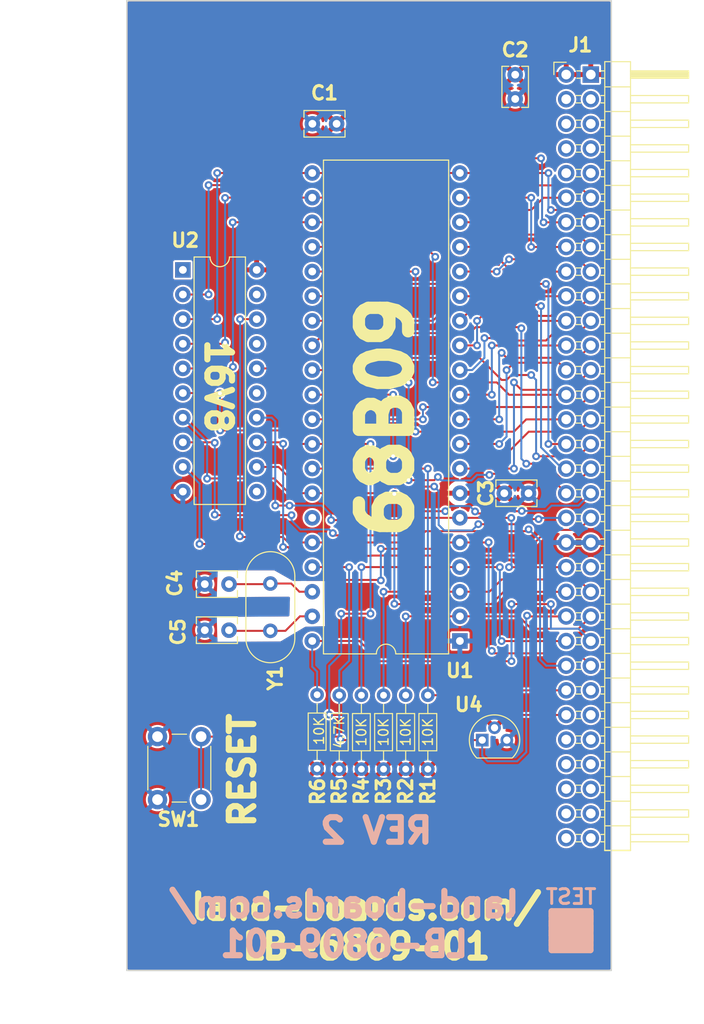
<source format=kicad_pcb>
(kicad_pcb (version 20221018) (generator pcbnew)
  (title_block (title "LB-6809-01") (date "2024-08-19") (rev "2") (company "land-boards.com"))
  (layers (0 "F.Cu" signal) (31 "B.Cu" signal) (34 "B.Paste" user) (35 "F.Paste" user) (36 "B.SilkS" user "B.Silkscreen") (37 "F.SilkS" user "F.Silkscreen") (38 "B.Mask" user) (39 "F.Mask" user) (44 "Edge.Cuts" user))
  (net 0 "")
  (net 1 "GND")
  (net 2 "/CPUA11")
  (net 3 "/CPUA12")
  (net 4 "/CPUA13")
  (net 5 "/CPUA14")
  (net 6 "/CPUA15")
  (net 7 "/CPUD4")
  (net 8 "/CPUD3")
  (net 9 "/CPUD5")
  (net 10 "/CPUD6")
  (net 11 "/CPUA0")
  (net 12 "/CPUA1")
  (net 13 "/CPUD2")
  (net 14 "/CPUA2")
  (net 15 "/CPUD7")
  (net 16 "/CPUA3")
  (net 17 "/CPUD0")
  (net 18 "/CPUA4")
  (net 19 "/CPUD1")
  (net 20 "/CPUA5")
  (net 21 "/CPUA6")
  (net 22 "/CPUA7")
  (net 23 "/CPUA8")
  (net 24 "/CPUA9")
  (net 25 "/CPUA10")
  (net 26 "/CPUA18")
  (net 27 "/CPUA16")
  (net 28 "/CPUA17")
  (net 29 "/CPUCLK")
  (net 30 "/CPUA22")
  (net 31 "/CPUA23")
  (net 32 "/CPUA20")
  (net 33 "/CPUA21")
  (net 34 "/CPUA19")
  (net 35 "VCC")
  (net 36 "/~{IORQ}")
  (net 37 "/~{CPURESB}")
  (net 38 "/VPA")
  (net 39 "/~{IRQB}")
  (net 50 "/VPB")
  (net 51 "/~{NMIB}")
  (net 52 "/~{ABORT}")
  (net 53 "/VDA")
  (net 54 "/RDY")
  (net 55 "/CPUE")
  (net 56 "/RWB")
  (net 57 "/MLB")
  (net 58 "/~{MEMRD}")
  (net 59 "/~{RAMCS}")
  (net 60 "/~{IOCS}")
  (net 61 "/~{ROMCS}")
  (net 62 "/CPUMX")
  (net 67 "Net-(U1-EXTAL)")
  (net 68 "Net-(U1-XTAL)")
  (footprint "LandBoards_Conns:PinHeader_2x32_P2.54mm_Horizontal-FLIPPED" (layer "F.Cu") (at 177.35 54.615)
    (fp_text reference "J1")
    (fp_text value "Conn_02x32_Odd_Even")
  )
  (footprint "Package_DIP:DIP-40_W15.24mm" (layer "F.Cu") (at 166.375 113.025 180)
    (fp_text reference "U1")
    (fp_text value "MC68B09")
  )
  (footprint "Resistor_THT:R_Axial_DIN0204_L3.6mm_D1.6mm_P7.62mm_Horizontal" (layer "F.Cu") (at 153.924 126.238 90)
    (fp_text reference "R5")
    (fp_text value "4.7K")
  )
  (footprint "Resistor_THT:R_Axial_DIN0204_L3.6mm_D1.6mm_P7.62mm_Horizontal" (layer "F.Cu") (at 158.496 126.238 90)
    (fp_text reference "R3")
    (fp_text value "10K")
  )
  (footprint "Resistor_THT:R_Axial_DIN0204_L3.6mm_D1.6mm_P7.62mm_Horizontal" (layer "F.Cu") (at 163.068 126.238 90)
    (fp_text reference "R1")
    (fp_text value "10K")
  )
  (footprint "Resistor_THT:R_Axial_DIN0204_L3.6mm_D1.6mm_P7.62mm_Horizontal" (layer "F.Cu") (at 156.21 126.238 90)
    (fp_text reference "R4")
    (fp_text value "10K")
  )
  (footprint "Resistor_THT:R_Axial_DIN0204_L3.6mm_D1.6mm_P7.62mm_Horizontal" (layer "F.Cu") (at 151.638 126.1872 90)
    (fp_text reference "R6")
    (fp_text value "10K")
  )
  (footprint "Capacitor_THT:C_Rect_L4.0mm_W2.5mm_P2.50mm" (layer "F.Cu") (at 140.0448 107.1626)
    (fp_text reference "C4")
    (fp_text value "8pF")
  )
  (footprint "Crystal:Crystal_HC49-4H_Vertical" (layer "F.Cu") (at 146.812 107.1002 -90)
    (fp_text reference "Y1")
    (fp_text value "8MHz")
  )
  (footprint "Package_DIP:DIP-20_W7.62mm" (layer "F.Cu") (at 137.7796 74.7572)
    (fp_text reference "U2")
    (fp_text value "GAL16V8")
  )
  (footprint "Capacitor_THT:C_Rect_L4.0mm_W2.5mm_P2.50mm" (layer "F.Cu") (at 151.15 59.69)
    (fp_text reference "C1")
    (fp_text value "0.1uF")
  )
  (footprint "LandBoards_Marking:TEST_BLK-REAR" (layer "F.Cu") (at 177.8508 142.9004)
    (fp_text reference "TEST")
    (fp_text value "COUPON" hide)
  )
  (footprint "Capacitor_THT:C_Rect_L4.0mm_W2.5mm_P2.50mm" (layer "F.Cu") (at 172.085 57.13 90)
    (fp_text reference "C2")
    (fp_text value "0.1uF")
  )
  (footprint "Button_Switch_THT:SW_PUSH_6mm_H8.5mm" (layer "F.Cu") (at 135.164 129.3864 90)
    (fp_text reference "SW1")
    (fp_text value "SW_Push")
  )
  (footprint "Package_TO_SOT_THT:TO-92" (layer "F.Cu") (at 168.6814 123.2452)
    (fp_text reference "U4")
    (fp_text value "DS1813-5")
  )
  (footprint "Resistor_THT:R_Axial_DIN0204_L3.6mm_D1.6mm_P7.62mm_Horizontal" (layer "F.Cu") (at 160.782 126.238 90)
    (fp_text reference "R2")
    (fp_text value "10K")
  )
  (footprint "Capacitor_THT:C_Rect_L4.0mm_W2.5mm_P2.50mm" (layer "F.Cu") (at 140.0448 111.9124)
    (fp_text reference "C5")
    (fp_text value "8pF")
  )
  (footprint "Capacitor_THT:C_Rect_L4.0mm_W2.5mm_P2.50mm" (layer "F.Cu") (at 173.462 97.79 180)
    (fp_text reference "C3")
    (fp_text value "0.1uF")
  )
  (gr_rect (start 132 47) (end 182 147) (stroke (width 0.15)) (fill none) (layer "Edge.Cuts"))
  (gr_text "land-boards.com/\nLB-6809-01" (at 154.432 142.24) (layer "B.SilkS") (effects (font (size 2.54 2.54) (thickness 0.635)) (justify mirror)))
  (gr_text "REV 2" (at 157.734 132.588) (layer "B.SilkS") (effects (font (size 2.54 2.54) (thickness 0.635)) (justify mirror)))
  (gr_text "RESET" (at 143.9164 126.365 90) (layer "F.SilkS") (effects (font (size 2.54 2.54) (thickness 0.635))))
  (gr_text "68B09" (at 158.75 89.916 90) (layer "F.SilkS") (effects (font (size 5.08 5.08) (thickness 1.27))))
  (gr_text "16V8" (at 141.4526 86.7664 270) (layer "F.SilkS") (effects (font (size 2.54 2.54) (thickness 0.635))))
  (gr_text "land-boards.com/\nLB-6809-01" (at 156.718 142.494) (layer "F.SilkS") (effects (font (size 2.54 2.54) (thickness 0.635))))
  (segment (start 173.741 72.395) (end 177.35 72.395) (width 0.2032) (layer "F.Cu") (net 2))
  (segment (start 166.375 67.305) (end 173.731 67.305) (width 0.2032) (layer "F.Cu") (net 2))
  (segment (start 173.736 72.39) (end 173.741 72.395) (width 0.2032) (layer "F.Cu") (net 2))
  (segment (start 173.731 67.305) (end 173.736 67.31) (width 0.2032) (layer "F.Cu") (net 2))
  (via (at 173.736 72.39) (size 0.8) (drill 0.4) (layers "F.Cu" "B.Cu") (net 2))
  (via (at 173.736 67.31) (size 0.8) (drill 0.4) (layers "F.Cu" "B.Cu") (net 2))
  (segment (start 173.736 67.31) (end 173.736 72.39) (width 0.2032) (layer "B.Cu") (net 2))
  (segment (start 154.8688 64.765) (end 153.6192 66.0146) (width 0.2032) (layer "F.Cu") (net 3))
  (segment (start 166.375 64.765) (end 154.8688 64.765) (width 0.2032) (layer "F.Cu") (net 3))
  (segment (start 137.7796 77.2972) (end 140.4316 77.2972) (width 0.2032) (layer "F.Cu") (net 3))
  (segment (start 178.615 68.58) (end 175.768 68.58) (width 0.2032) (layer "F.Cu") (net 3))
  (segment (start 175.514 64.77) (end 175.509 64.765) (width 0.2032) (layer "F.Cu") (net 3))
  (segment (start 140.4316 77.2972) (end 140.4366 77.2922) (width 0.2032) (layer "F.Cu") (net 3))
  (segment (start 140.4366 66.0146) (end 153.6192 66.0146) (width 0.2032) (layer "F.Cu") (net 3))
  (segment (start 179.89 69.855) (end 178.615 68.58) (width 0.2032) (layer "F.Cu") (net 3))
  (segment (start 175.509 64.765) (end 166.375 64.765) (width 0.2032) (layer "F.Cu") (net 3))
  (via (at 140.4366 66.0146) (size 0.8) (drill 0.4) (layers "F.Cu" "B.Cu") (net 3))
  (via (at 175.768 68.58) (size 0.8) (drill 0.4) (layers "F.Cu" "B.Cu") (net 3))
  (via (at 140.4366 77.2922) (size 0.8) (drill 0.4) (layers "F.Cu" "B.Cu") (net 3))
  (via (at 175.514 64.77) (size 0.8) (drill 0.4) (layers "F.Cu" "B.Cu") (net 3))
  (segment (start 175.514 68.326) (end 175.514 64.77) (width 0.2032) (layer "B.Cu") (net 3))
  (segment (start 140.4366 77.2922) (end 140.4366 66.0146) (width 0.2032) (layer "B.Cu") (net 3))
  (segment (start 175.768 68.58) (end 175.514 68.326) (width 0.2032) (layer "B.Cu") (net 3))
  (segment (start 137.7796 79.8372) (end 141.3206 79.8372) (width 0.2032) (layer "F.Cu") (net 4))
  (segment (start 141.3206 79.8372) (end 141.3256 79.8322) (width 0.2032) (layer "F.Cu") (net 4))
  (segment (start 155.194 63.246) (end 153.67 64.77) (width 0.2032) (layer "F.Cu") (net 4))
  (segment (start 177.35 69.855) (end 175.011 69.855) (width 0.2032) (layer "F.Cu") (net 4))
  (segment (start 174.752 63.246) (end 155.194 63.246) (width 0.2032) (layer "F.Cu") (net 4))
  (segment (start 151.135 64.765) (end 141.3256 64.765) (width 0.2032) (layer "F.Cu") (net 4))
  (segment (start 153.665 64.765) (end 151.135 64.765) (width 0.2032) (layer "F.Cu") (net 4))
  (segment (start 153.67 64.77) (end 153.665 64.765) (width 0.2032) (layer "F.Cu") (net 4))
  (via (at 141.3256 64.765) (size 0.8) (drill 0.4) (layers "F.Cu" "B.Cu") (net 4))
  (via (at 175.011 69.855) (size 0.8) (drill 0.4) (layers "F.Cu" "B.Cu") (net 4))
  (via (at 174.752 63.246) (size 0.8) (drill 0.4) (layers "F.Cu" "B.Cu") (net 4))
  (via (at 141.3256 79.8322) (size 0.8) (drill 0.4) (layers "F.Cu" "B.Cu") (net 4))
  (segment (start 174.860489 69.704489) (end 174.860489 63.354489) (width 0.2032) (layer "B.Cu") (net 4))
  (segment (start 174.860489 63.354489) (end 174.752 63.246) (width 0.2032) (layer "B.Cu") (net 4))
  (segment (start 141.3256 79.8322) (end 141.3256 64.765) (width 0.2032) (layer "B.Cu") (net 4))
  (segment (start 175.011 69.855) (end 174.860489 69.704489) (width 0.2032) (layer "B.Cu") (net 4))
  (segment (start 142.1688 67.305) (end 151.135 67.305) (width 0.2032) (layer "F.Cu") (net 5))
  (segment (start 154.94 66.04) (end 153.67 67.31) (width 0.2032) (layer "F.Cu") (net 5))
  (segment (start 178.615 66.04) (end 154.94 66.04) (width 0.2032) (layer "F.Cu") (net 5))
  (segment (start 137.7796 82.3772) (end 142.0064 82.3772) (width 0.2032) (layer "F.Cu") (net 5))
  (segment (start 142.0064 82.3772) (end 142.1384 82.2452) (width 0.2032) (layer "F.Cu") (net 5))
  (segment (start 142.1384 67.3354) (end 142.1688 67.305) (width 0.2032) (layer "F.Cu") (net 5))
  (segment (start 179.89 67.315) (end 178.615 66.04) (width 0.2032) (layer "F.Cu") (net 5))
  (segment (start 153.67 67.31) (end 153.665 67.305) (width 0.2032) (layer "F.Cu") (net 5))
  (segment (start 153.665 67.305) (end 151.135 67.305) (width 0.2032) (layer "F.Cu") (net 5))
  (via (at 142.1384 67.3354) (size 0.8) (drill 0.4) (layers "F.Cu" "B.Cu") (net 5))
  (via (at 142.1384 82.2452) (size 0.8) (drill 0.4) (layers "F.Cu" "B.Cu") (net 5))
  (segment (start 142.1384 82.2452) (end 142.1384 67.3354) (width 0.2032) (layer "B.Cu") (net 5))
  (segment (start 177.35 67.315) (end 175.001 67.315) (width 0.2032) (layer "F.Cu") (net 6))
  (segment (start 142.7938 84.9172) (end 142.9512 84.7598) (width 0.2032) (layer "F.Cu") (net 6))
  (segment (start 155.194 68.58) (end 153.924 69.85) (width 0.2032) (layer "F.Cu") (net 6))
  (segment (start 137.7796 84.9172) (end 142.7938 84.9172) (width 0.2032) (layer "F.Cu") (net 6))
  (segment (start 155.194 68.58) (end 173.736 68.58) (width 0.2032) (layer "F.Cu") (net 6))
  (segment (start 153.924 69.85) (end 153.919 69.845) (width 0.2032) (layer "F.Cu") (net 6))
  (segment (start 173.736 68.58) (end 175.001 67.315) (width 0.2032) (layer "F.Cu") (net 6))
  (segment (start 142.9258 69.85) (end 142.9308 69.845) (width 0.2032) (layer "F.Cu") (net 6))
  (segment (start 142.9308 69.845) (end 151.135 69.845) (width 0.2032) (layer "F.Cu") (net 6))
  (segment (start 153.919 69.845) (end 151.135 69.845) (width 0.2032) (layer "F.Cu") (net 6))
  (via (at 142.9258 69.85) (size 0.8) (drill 0.4) (layers "F.Cu" "B.Cu") (net 6))
  (via (at 142.9512 84.7598) (size 0.8) (drill 0.4) (layers "F.Cu" "B.Cu") (net 6))
  (segment (start 142.9512 69.8754) (end 142.9258 69.85) (width 0.2032) (layer "B.Cu") (net 6))
  (segment (start 142.9512 84.7598) (end 142.9512 69.8754) (width 0.2032) (layer "B.Cu") (net 6))
  (segment (start 173.487784 77.983784) (end 173.736 78.232) (width 0.2032) (layer "F.Cu") (net 7))
  (segment (start 164.846 78.74) (end 167.137784 78.74) (width 0.2032) (layer "F.Cu") (net 7))
  (segment (start 163.581 80.005) (end 164.846 78.74) (width 0.2032) (layer "F.Cu") (net 7))
  (segment (start 167.515892 78.361892) (end 167.894 77.983784) (width 0.2032) (layer "F.Cu") (net 7))
  (segment (start 167.515892 78.361892) (end 174.627892 78.361892) (width 0.2032) (layer "F.Cu") (net 7))
  (segment (start 151.135 80.005) (end 163.581 80.005) (width 0.2032) (layer "F.Cu") (net 7))
  (segment (start 167.894 77.983784) (end 173.487784 77.983784) (width 0.2032) (layer "F.Cu") (net 7))
  (segment (start 174.627892 78.361892) (end 174.752 78.486) (width 0.2032) (layer "F.Cu") (net 7))
  (segment (start 167.137784 78.74) (end 167.515892 78.361892) (width 0.2032) (layer "F.Cu") (net 7))
  (via (at 174.752 78.486) (size 0.8) (drill 0.4) (layers "F.Cu" "B.Cu") (net 7))
  (segment (start 174.752 93.055795) (end 176.951205 95.255) (width 0.2032) (layer "B.Cu") (net 7))
  (segment (start 174.752 78.486) (end 174.752 93.055795) (width 0.2032) (layer "B.Cu") (net 7))
  (segment (start 172.611511 80.663511) (end 168.002489 80.663511) (width 0.2032) (layer "F.Cu") (net 8))
  (segment (start 177.053708 96.52) (end 175.275708 94.742) (width 0.2032) (layer "F.Cu") (net 8))
  (segment (start 172.72 80.772) (end 172.611511 80.663511) (width 0.2032) (layer "F.Cu") (net 8))
  (segment (start 167.386 81.28) (end 152.4 81.28) (width 0.2032) (layer "F.Cu") (net 8))
  (segment (start 175.275708 94.742) (end 173.228 94.742) (width 0.2032) (layer "F.Cu") (net 8))
  (segment (start 168.002489 80.663511) (end 167.386 81.28) (width 0.2032) (layer "F.Cu") (net 8))
  (segment (start 152.4 81.28) (end 151.135 82.545) (width 0.2032) (layer "F.Cu") (net 8))
  (segment (start 178.625 96.52) (end 177.053708 96.52) (width 0.2032) (layer "F.Cu") (net 8))
  (segment (start 179.89 95.255) (end 178.625 96.52) (width 0.2032) (layer "F.Cu") (net 8))
  (via (at 173.228 94.742) (size 0.8) (drill 0.4) (layers "F.Cu" "B.Cu") (net 8))
  (via (at 172.72 80.772) (size 0.8) (drill 0.4) (layers "F.Cu" "B.Cu") (net 8))
  (segment (start 172.72 94.234) (end 172.72 80.772) (width 0.2032) (layer "B.Cu") (net 8))
  (segment (start 173.228 94.742) (end 172.72 94.234) (width 0.2032) (layer "B.Cu") (net 8))
  (segment (start 175.519 92.715) (end 175.514 92.71) (width 0.2032) (layer "F.Cu") (net 9))
  (segment (start 155.448 76.2) (end 175.26 76.2) (width 0.2032) (layer "F.Cu") (net 9))
  (segment (start 177.35 92.715) (end 175.519 92.715) (width 0.2032) (layer "F.Cu") (net 9))
  (segment (start 154.183 77.465) (end 155.448 76.2) (width 0.2032) (layer "F.Cu") (net 9))
  (segment (start 151.135 77.465) (end 154.183 77.465) (width 0.2032) (layer "F.Cu") (net 9))
  (via (at 175.26 76.2) (size 0.8) (drill 0.4) (layers "F.Cu" "B.Cu") (net 9))
  (via (at 175.514 92.71) (size 0.8) (drill 0.4) (layers "F.Cu" "B.Cu") (net 9))
  (segment (start 175.514 92.71) (end 175.514 76.454) (width 0.2032) (layer "B.Cu") (net 9))
  (segment (start 175.514 76.454) (end 175.26 76.2) (width 0.2032) (layer "B.Cu") (net 9))
  (segment (start 171.958 91.44) (end 161.798 91.44) (width 0.2032) (layer "F.Cu") (net 10))
  (segment (start 177.35 90.175) (end 173.223 90.175) (width 0.2032) (layer "F.Cu") (net 10))
  (segment (start 161.793 74.925) (end 151.135 74.925) (width 0.2032) (layer "F.Cu") (net 10))
  (segment (start 161.798 74.93) (end 161.793 74.925) (width 0.2032) (layer "F.Cu") (net 10))
  (segment (start 171.958 91.44) (end 173.223 90.175) (width 0.2032) (layer "F.Cu") (net 10))
  (via (at 161.798 74.93) (size 0.8) (drill 0.4) (layers "F.Cu" "B.Cu") (net 10))
  (via (at 161.798 91.44) (size 0.8) (drill 0.4) (layers "F.Cu" "B.Cu") (net 10))
  (segment (start 161.798 91.44) (end 161.798 74.93) (width 0.2032) (layer "B.Cu") (net 10))
  (segment (start 171.953 95.245) (end 166.375 95.245) (width 0.2032) (layer "F.Cu") (net 11))
  (segment (start 178.625 86.36) (end 179.89 85.095) (width 0.2032) (layer "F.Cu") (net 11))
  (segment (start 171.958 86.36) (end 172.72 87.122) (width 0.2032) (layer "F.Cu") (net 11))
  (segment (start 176.022 87.122) (end 176.784 86.36) (width 0.2032) (layer "F.Cu") (net 11))
  (segment (start 172.72 87.122) (end 176.022 87.122) (width 0.2032) (layer "F.Cu") (net 11))
  (segment (start 171.958 95.25) (end 171.953 95.245) (width 0.2032) (layer "F.Cu") (net 11))
  (segment (start 176.784 86.36) (end 178.625 86.36) (width 0.2032) (layer "F.Cu") (net 11))
  (via (at 171.958 95.25) (size 0.8) (drill 0.4) (layers "F.Cu" "B.Cu") (net 11))
  (via (at 171.958 86.36) (size 0.8) (drill 0.4) (layers "F.Cu" "B.Cu") (net 11))
  (segment (start 171.958 86.36) (end 171.958 95.25) (width 0.2032) (layer "B.Cu") (net 11))
  (segment (start 171.196 85.09) (end 171.958 84.328) (width 0.2032) (layer "F.Cu") (net 12))
  (segment (start 171.958 84.328) (end 176.583 84.328) (width 0.2032) (layer "F.Cu") (net 12))
  (segment (start 170.434 92.71) (end 170.429 92.705) (width 0.2032) (layer "F.Cu") (net 12))
  (segment (start 176.583 84.328) (end 177.35 85.095) (width 0.2032) (layer "F.Cu") (net 12))
  (segment (start 170.429 92.705) (end 166.375 92.705) (width 0.2032) (layer "F.Cu") (net 12))
  (via (at 171.196 85.09) (size 0.8) (drill 0.4) (layers "F.Cu" "B.Cu") (net 12))
  (via (at 170.434 92.71) (size 0.8) (drill 0.4) (layers "F.Cu" "B.Cu") (net 12))
  (segment (start 171.196 91.948) (end 170.434 92.71) (width 0.2032) (layer "B.Cu") (net 12))
  (segment (start 171.196 85.09) (end 171.196 91.948) (width 0.2032) (layer "B.Cu") (net 12))
  (segment (start 178.625 93.98) (end 179.89 92.715) (width 0.2032) (layer "F.Cu") (net 13))
  (segment (start 173.736 85.598) (end 171.704 85.598) (width 0.2032) (layer "F.Cu") (net 13))
  (segment (start 168.418694 83.836694) (end 155.431306 83.836694) (width 0.2032) (layer "F.Cu") (net 13))
  (segment (start 170.688 86.106) (end 168.418694 83.836694) (width 0.2032) (layer "F.Cu") (net 13))
  (segment (start 154.183 85.085) (end 155.431306 83.836694) (width 0.2032) (layer "F.Cu") (net 13))
  (segment (start 171.704 85.598) (end 171.196 86.106) (width 0.2032) (layer "F.Cu") (net 13))
  (segment (start 174.244 93.98) (end 178.625 93.98) (width 0.2032) (layer "F.Cu") (net 13))
  (segment (start 171.196 86.106) (end 170.688 86.106) (width 0.2032) (layer "F.Cu") (net 13))
  (segment (start 151.135 85.085) (end 154.183 85.085) (width 0.2032) (layer "F.Cu") (net 13))
  (via (at 173.736 85.598) (size 0.8) (drill 0.4) (layers "F.Cu" "B.Cu") (net 13))
  (via (at 174.244 93.98) (size 0.8) (drill 0.4) (layers "F.Cu" "B.Cu") (net 13))
  (segment (start 174.244 86.106) (end 173.736 85.598) (width 0.2032) (layer "B.Cu") (net 13))
  (segment (start 174.244 93.98) (end 174.244 86.106) (width 0.2032) (layer "B.Cu") (net 13))
  (segment (start 179.89 82.555) (end 178.625 83.82) (width 0.2032) (layer "F.Cu") (net 14))
  (segment (start 170.429 90.165) (end 170.434 90.17) (width 0.2032) (layer "F.Cu") (net 14))
  (segment (start 178.625 83.82) (end 171.196 83.82) (width 0.2032) (layer "F.Cu") (net 14))
  (segment (start 171.196 83.82) (end 170.688 83.312) (width 0.2032) (layer "F.Cu") (net 14))
  (segment (start 166.375 90.165) (end 170.429 90.165) (width 0.2032) (layer "F.Cu") (net 14))
  (via (at 170.688 83.312) (size 0.8) (drill 0.4) (layers "F.Cu" "B.Cu") (net 14))
  (via (at 170.434 90.17) (size 0.8) (drill 0.4) (layers "F.Cu" "B.Cu") (net 14))
  (segment (start 170.434 90.17) (end 170.434 83.566) (width 0.2032) (layer "B.Cu") (net 14))
  (segment (start 170.434 83.566) (end 170.688 83.312) (width 0.2032) (layer "B.Cu") (net 14))
  (segment (start 163.83 73.406) (end 162.809 72.385) (width 0.2032) (layer "F.Cu") (net 15))
  (segment (start 170.18 86.36) (end 163.576 86.36) (width 0.2032) (layer "F.Cu") (net 15))
  (segment (start 177.35 87.635) (end 171.455 87.635) (width 0.2032) (layer "F.Cu") (net 15))
  (segment (start 171.455 87.635) (end 170.18 86.36) (width 0.2032) (layer "F.Cu") (net 15))
  (segment (start 162.809 72.385) (end 151.135 72.385) (width 0.2032) (layer "F.Cu") (net 15))
  (via (at 163.576 86.36) (size 0.8) (drill 0.4) (layers "F.Cu" "B.Cu") (net 15))
  (via (at 163.83 73.406) (size 0.8) (drill 0.4) (layers "F.Cu" "B.Cu") (net 15))
  (segment (start 163.576 73.66) (end 163.83 73.406) (width 0.2032) (layer "B.Cu") (net 15))
  (segment (start 163.576 86.36) (end 163.576 73.66) (width 0.2032) (layer "B.Cu") (net 15))
  (segment (start 169.672 82.55) (end 169.677 82.555) (width 0.2032) (layer "F.Cu") (net 16))
  (segment (start 169.667 87.625) (end 169.672 87.63) (width 0.2032) (layer "F.Cu") (net 16))
  (segment (start 169.677 82.555) (end 177.35 82.555) (width 0.2032) (layer "F.Cu") (net 16))
  (segment (start 166.375 87.625) (end 169.667 87.625) (width 0.2032) (layer "F.Cu") (net 16))
  (via (at 169.672 82.55) (size 0.8) (drill 0.4) (layers "F.Cu" "B.Cu") (net 16))
  (via (at 169.672 87.63) (size 0.8) (drill 0.4) (layers "F.Cu" "B.Cu") (net 16))
  (segment (start 169.672 87.63) (end 169.672 82.55) (width 0.2032) (layer "B.Cu") (net 16))
  (segment (start 162.814 88.9) (end 162.56 88.9) (width 0.2032) (layer "F.Cu") (net 17))
  (segment (start 162.56 90.17) (end 162.555 90.165) (width 0.2032) (layer "F.Cu") (net 17))
  (segment (start 179.89 87.635) (end 178.625 88.9) (width 0.2032) (layer "F.Cu") (net 17))
  (segment (start 162.555 90.165) (end 151.135 90.165) (width 0.2032) (layer "F.Cu") (net 17))
  (segment (start 178.625 88.9) (end 162.814 88.9) (width 0.2032) (layer "F.Cu") (net 17))
  (via (at 162.56 88.9) (size 0.8) (drill 0.4) (layers "F.Cu" "B.Cu") (net 17))
  (via (at 162.56 90.17) (size 0.8) (drill 0.4) (layers "F.Cu" "B.Cu") (net 17))
  (segment (start 162.56 88.9) (end 162.56 89.916) (width 0.2032) (layer "B.Cu") (net 17))
  (segment (start 162.56 89.916) (end 162.56 90.17) (width 0.2032) (layer "B.Cu") (net 17))
  (segment (start 170.434 82.042) (end 170.18 81.788) (width 0.2032) (layer "F.Cu") (net 18))
  (segment (start 170.434 82.042) (end 175.26 82.042) (width 0.2032) (layer "F.Cu") (net 18))
  (segment (start 178.625 81.28) (end 179.89 80.015) (width 0.2032) (layer "F.Cu") (net 18))
  (segment (start 175.26 82.042) (end 176.022 81.28) (width 0.2032) (layer "F.Cu") (net 18))
  (segment (start 170.18 81.788) (end 168.91 81.788) (width 0.2032) (layer "F.Cu") (net 18))
  (segment (start 176.022 81.28) (end 178.625 81.28) (width 0.2032) (layer "F.Cu") (net 18))
  (via (at 168.91 81.788) (size 0.8) (drill 0.4) (layers "F.Cu" "B.Cu") (net 18))
  (segment (start 168.91 83.82) (end 168.91 81.788) (width 0.2032) (layer "B.Cu") (net 18))
  (segment (start 167.645 85.085) (end 166.375 85.085) (width 0.2032) (layer "B.Cu") (net 18))
  (segment (start 168.91 83.82) (end 167.645 85.085) (width 0.2032) (layer "B.Cu") (net 18))
  (segment (start 159.4866 93.98) (end 170.942 93.98) (width 0.2032) (layer "F.Cu") (net 19))
  (segment (start 170.942 93.98) (end 173.482 91.44) (width 0.2032) (layer "F.Cu") (net 19))
  (segment (start 151.135 87.625) (end 159.4816 87.625) (width 0.2032) (layer "F.Cu") (net 19))
  (segment (start 159.4816 87.625) (end 159.4866 87.63) (width 0.2032) (layer "F.Cu") (net 19))
  (segment (start 178.625 91.44) (end 179.89 90.175) (width 0.2032) (layer "F.Cu") (net 19))
  (segment (start 173.482 91.44) (end 178.625 91.44) (width 0.2032) (layer "F.Cu") (net 19))
  (via (at 159.4866 93.98) (size 0.8) (drill 0.4) (layers "F.Cu" "B.Cu") (net 19))
  (via (at 159.4866 87.63) (size 0.8) (drill 0.4) (layers "F.Cu" "B.Cu") (net 19))
  (segment (start 159.4866 87.63) (end 159.4866 93.98) (width 0.2032) (layer "B.Cu") (net 19))
  (segment (start 168.143 82.545) (end 168.148 82.55) (width 0.2032) (layer "F.Cu") (net 20))
  (segment (start 166.375 82.545) (end 168.143 82.545) (width 0.2032) (layer "F.Cu") (net 20))
  (segment (start 173.482 79.502) (end 168.656 79.502) (width 0.2032) (layer "F.Cu") (net 20))
  (segment (start 173.995 80.015) (end 173.482 79.502) (width 0.2032) (layer "F.Cu") (net 20))
  (segment (start 168.656 79.502) (end 168.148 80.01) (width 0.2032) (layer "F.Cu") (net 20))
  (segment (start 173.995 80.015) (end 177.35 80.015) (width 0.2032) (layer "F.Cu") (net 20))
  (via (at 168.148 82.55) (size 0.8) (drill 0.4) (layers "F.Cu" "B.Cu") (net 20))
  (via (at 168.148 80.01) (size 0.8) (drill 0.4) (layers "F.Cu" "B.Cu") (net 20))
  (segment (start 168.148 82.55) (end 168.148 80.01) (width 0.2032) (layer "B.Cu") (net 20))
  (segment (start 174.498 79.502) (end 175.768 79.502) (width 0.2032) (layer "F.Cu") (net 21))
  (segment (start 178.625 78.74) (end 179.89 77.475) (width 0.2032) (layer "F.Cu") (net 21))
  (segment (start 167.386 78.994) (end 173.99 78.994) (width 0.2032) (layer "F.Cu") (net 21))
  (segment (start 176.53 78.74) (end 178.625 78.74) (width 0.2032) (layer "F.Cu") (net 21))
  (segment (start 175.768 79.502) (end 176.53 78.74) (width 0.2032) (layer "F.Cu") (net 21))
  (segment (start 173.99 78.994) (end 174.498 79.502) (width 0.2032) (layer "F.Cu") (net 21))
  (segment (start 166.375 80.005) (end 167.386 78.994) (width 0.2032) (layer "F.Cu") (net 21))
  (segment (start 177.35 77.475) (end 166.385 77.475) (width 0.2032) (layer "F.Cu") (net 22))
  (segment (start 170.175 74.925) (end 166.375 74.925) (width 0.2032) (layer "F.Cu") (net 23))
  (segment (start 179.89 74.935) (end 178.615 73.66) (width 0.2032) (layer "F.Cu") (net 23))
  (segment (start 178.615 73.66) (end 171.45 73.66) (width 0.2032) (layer "F.Cu") (net 23))
  (segment (start 170.18 74.93) (end 170.175 74.925) (width 0.2032) (layer "F.Cu") (net 23))
  (via (at 171.45 73.66) (size 0.8) (drill 0.4) (layers "F.Cu" "B.Cu") (net 23))
  (via (at 170.18 74.93) (size 0.8) (drill 0.4) (layers "F.Cu" "B.Cu") (net 23))
  (segment (start 171.45 73.66) (end 170.18 74.93) (width 0.2032) (layer "B.Cu") (net 23))
  (segment (start 169.159 72.385) (end 166.375 72.385) (width 0.2032) (layer "F.Cu") (net 24))
  (segment (start 171.709 74.935) (end 169.159 72.385) (width 0.2032) (layer "F.Cu") (net 24))
  (segment (start 177.35 74.935) (end 171.709 74.935) (width 0.2032) (layer "F.Cu") (net 24))
  (segment (start 168.905 69.845) (end 166.375 69.845) (width 0.2032) (layer "F.Cu") (net 25))
  (segment (start 178.615 71.12) (end 170.18 71.12) (width 0.2032) (layer "F.Cu") (net 25))
  (segment (start 170.18 71.12) (end 168.905 69.845) (width 0.2032) (layer "F.Cu") (net 25))
  (segment (start 179.89 72.395) (end 178.615 71.12) (width 0.2032) (layer "F.Cu") (net 25))
  (segment (start 153.8236 122.8864) (end 139.664 122.8864) (width 0.2032) (layer "F.Cu") (net 37))
  (segment (start 154.935 105.405) (end 154.94 105.41) (width 0.2032) (layer "F.Cu") (net 37))
  (segment (start 154.051 123.1138) (end 153.8236 122.8864) (width 0.2032) (layer "F.Cu") (net 37))
  (segment (start 177.35 110.495) (end 173.39519 110.495) (width 0.2032) (layer "F.Cu") (net 37))
  (segment (start 168.6814 123.2452) (end 154.1824 123.2452) (width 0.2032) (layer "F.Cu") (net 37))
  (segment (start 173.39519 110.495) (end 173.309095 110.408905) (width 0.2032) (layer "F.Cu") (net 37))
  (segment (start 154.1824 123.2452) (end 154.051 123.1138) (width 0.2032) (layer "F.Cu") (net 37))
  (segment (start 151.135 105.405) (end 154.935 105.405) (width 0.2032) (layer "F.Cu") (net 37))
  (via (at 154.051 123.1138) (size 0.8) (drill 0.4) (layers "F.Cu" "B.Cu") (net 37))
  (via (at 173.309095 110.408905) (size 0.8) (drill 0.4) (layers "F.Cu" "B.Cu") (net 37))
  (via (at 154.94 105.41) (size 0.8) (drill 0.4) (layers "F.Cu" "B.Cu") (net 37))
  (segment (start 172.2882 125.4252) (end 173.228 124.4854) (width 0.2032) (layer "B.Cu") (net 37))
  (segment (start 154.051 123.1138) (end 153.924 122.9868) (width 0.2032) (layer "B.Cu") (net 37))
  (segment (start 169.2402 125.4252) (end 172.2882 125.4252) (width 0.2032) (layer "B.Cu") (net 37))
  (segment (start 154.94 105.41) (end 154.94 115.062) (width 0.2032) (layer "B.Cu") (net 37))
  (segment (start 139.664 122.8864) (end 139.664 129.3864) (width 0.2032) (layer "B.Cu") (net 37))
  (segment (start 173.228 110.49) (end 173.309095 110.408905) (width 0.2032) (layer "B.Cu") (net 37))
  (segment (start 153.924 118.618) (end 153.924 116.078) (width 0.2032) (layer "B.Cu") (net 37))
  (segment (start 153.924 122.9868) (end 153.924 118.618) (width 0.2032) (layer "B.Cu") (net 37))
  (segment (start 168.6814 124.8664) (end 169.2402 125.4252) (width 0.2032) (layer "B.Cu") (net 37))
  (segment (start 168.6814 123.2452) (end 168.6814 124.8664) (width 0.2032) (layer "B.Cu") (net 37))
  (segment (start 153.924 116.078) (end 154.94 115.062) (width 0.2032) (layer "B.Cu") (net 37))
  (segment (start 173.228 124.4854) (end 173.228 110.49) (width 0.2032) (layer "B.Cu") (net 37))
  (segment (start 177.35 105.415) (end 171.455 105.415) (width 0.2032) (layer "F.Cu") (net 38))
  (segment (start 171.6786 100.33) (end 171.6736 100.325) (width 0.2032) (layer "F.Cu") (net 38))
  (segment (start 148.9964 100.0506) (end 141.1224 100.0506) (width 0.2032) (layer "F.Cu") (net 38))
  (segment (start 160.5534 102.1334) (end 153.4922 102.1334) (width 0.2032) (layer "F.Cu") (net 38))
  (segment (start 141.1224 100.0506) (end 141.0716 99.9998) (width 0.2032) (layer "F.Cu") (net 38))
  (segment (start 141.0716 92.583) (end 141.0258 92.5372) (width 0.2032) (layer "F.Cu") (net 38))
  (segment (start 162.3618 100.325) (end 160.5534 102.1334) (width 0.2032) (layer "F.Cu") (net 38))
  (segment (start 171.6736 100.325) (end 166.375 100.325) (width 0.2032) (layer "F.Cu") (net 38))
  (segment (start 141.0258 92.5372) (end 137.7796 92.5372) (width 0.2032) (layer "F.Cu") (net 38))
  (segment (start 171.455 105.415) (end 171.45 105.41) (width 0.2032) (layer "F.Cu") (net 38))
  (segment (start 153.4922 102.1334) (end 153.2636 101.9048) (width 0.2032) (layer "F.Cu") (net 38))
  (segment (start 166.375 100.325) (end 162.3618 100.325) (width 0.2032) (layer "F.Cu") (net 38))
  (via (at 141.0716 92.583) (size 0.8) (drill 0.4) (layers "F.Cu" "B.Cu") (net 38))
  (via (at 171.6786 100.33) (size 0.8) (drill 0.4) (layers "F.Cu" "B.Cu") (net 38))
  (via (at 148.9964 100.0506) (size 0.8) (drill 0.4) (layers "F.Cu" "B.Cu") (net 38))
  (via (at 171.45 105.41) (size 0.8) (drill 0.4) (layers "F.Cu" "B.Cu") (net 38))
  (via (at 153.2636 101.9048) (size 0.8) (drill 0.4) (layers "F.Cu" "B.Cu") (net 38))
  (via (at 141.0716 99.9998) (size 0.8) (drill 0.4) (layers "F.Cu" "B.Cu") (net 38))
  (segment (start 148.9964 100.0506) (end 148.9964 100.584) (width 0.2032) (layer "B.Cu") (net 38))
  (segment (start 141.0716 99.9998) (end 141.0716 92.583) (width 0.2032) (layer "B.Cu") (net 38))
  (segment (start 171.704 105.156) (end 171.704 100.3554) (width 0.2032) (layer "B.Cu") (net 38))
  (segment (start 153.2636 101.9048) (end 152.8826 101.5238) (width 0.2032) (layer "B.Cu") (net 38))
  (segment (start 171.704 100.3554) (end 171.6786 100.33) (width 0.2032) (layer "B.Cu") (net 38))
  (segment (start 148.9964 100.584) (end 149.9362 101.5238) (width 0.2032) (layer "B.Cu") (net 38))
  (segment (start 171.45 105.41) (end 171.704 105.156) (width 0.2032) (layer "B.Cu") (net 38))
  (segment (start 149.9362 101.5238) (end 152.8826 101.5238) (width 0.2032) (layer "B.Cu") (net 38))
  (segment (start 178.615 106.68) (end 170.688 106.68) (width 0.2032) (layer "F.Cu") (net 39))
  (segment (start 158.496 107.95) (end 158.501 107.945) (width 0.2032) (layer "F.Cu") (net 39))
  (segment (start 179.89 107.955) (end 178.615 106.68) (width 0.2032) (layer "F.Cu") (net 39))
  (segment (start 169.413 107.945) (end 166.375 107.945) (width 0.2032) (layer "F.Cu") (net 39))
  (segment (start 158.501 107.945) (end 166.375 107.945) (width 0.2032) (layer "F.Cu") (net 39))
  (segment (start 170.688 106.68) (end 169.418 107.95) (width 0.2032) (layer "F.Cu") (net 39))
  (segment (start 169.418 107.95) (end 169.413 107.945) (width 0.2032) (layer "F.Cu") (net 39))
  (via (at 158.496 107.95) (size 0.8) (drill 0.4) (layers "F.Cu" "B.Cu") (net 39))
  (segment (start 158.496 118.618) (end 158.496 107.95) (width 0.2032) (layer "B.Cu") (net 39))
  (segment (start 159.639 109.22) (end 159.6136 109.1946) (width 0.2032) (layer "F.Cu") (net 50))
  (segment (start 159.639 109.22) (end 169.6262 109.22) (width 0.2032) (layer "F.Cu") (net 50))
  (segment (start 140.3096 96.266) (end 140.2842 96.2914) (width 0.2032) (layer "F.Cu") (net 50))
  (segment (start 169.6262 109.22) (end 170.8912 107.955) (width 0.2032) (layer "F.Cu") (net 50))
  (segment (start 140.3096 96.266) (end 147.2184 96.266) (width 0.2032) (layer "F.Cu") (net 50))
  (segment (start 159.535502 97.785) (end 159.607303 97.856801) (width 0.2032) (layer "F.Cu") (net 50))
  (segment (start 177.35 107.955) (end 170.8912 107.955) (width 0.2032) (layer "F.Cu") (net 50))
  (segment (start 151.135 97.785) (end 159.535502 97.785) (width 0.2032) (layer "F.Cu") (net 50))
  (segment (start 148.7374 97.785) (end 151.135 97.785) (width 0.2032) (layer "F.Cu") (net 50))
  (segment (start 147.2184 96.266) (end 148.7374 97.785) (width 0.2032) (layer "F.Cu") (net 50))
  (via (at 159.607303 97.856801) (size 0.8) (drill 0.4) (layers "F.Cu" "B.Cu") (net 50))
  (via (at 159.6136 109.1946) (size 0.8) (drill 0.4) (layers "F.Cu" "B.Cu") (net 50))
  (via (at 140.2842 96.2914) (size 0.8) (drill 0.4) (layers "F.Cu" "B.Cu") (net 50))
  (segment (start 140.2842 92.5018) (end 137.7796 89.9972) (width 0.2032) (layer "B.Cu") (net 50))
  (segment (start 159.6136 109.1946) (end 159.6136 97.863098) (width 0.2032) (layer "B.Cu") (net 50))
  (segment (start 159.6136 97.863098) (end 159.607303 97.856801) (width 0.2032) (layer "B.Cu") (net 50))
  (segment (start 140.2842 96.2914) (end 140.2842 92.5018) (width 0.2032) (layer "B.Cu") (net 50))
  (segment (start 178.625 111.76) (end 179.89 110.495) (width 0.2032) (layer "F.Cu") (net 51))
  (segment (start 160.787 110.485) (end 160.782 110.49) (width 0.2032) (layer "F.Cu") (net 51))
  (segment (start 172.461 110.485) (end 173.736 111.76) (width 0.2032) (layer "F.Cu") (net 51))
  (segment (start 173.736 111.76) (end 178.625 111.76) (width 0.2032) (layer "F.Cu") (net 51))
  (segment (start 166.375 110.485) (end 160.787 110.485) (width 0.2032) (layer "F.Cu") (net 51))
  (segment (start 166.375 110.485) (end 172.461 110.485) (width 0.2032) (layer "F.Cu") (net 51))
  (via (at 160.782 110.49) (size 0.8) (drill 0.4) (layers "F.Cu" "B.Cu") (net 51))
  (segment (start 160.782 118.618) (end 160.782 110.49) (width 0.2032) (layer "B.Cu") (net 51))
  (segment (start 158.0896 115.1128) (end 171.704 115.1128) (width 0.2032) (layer "F.Cu") (net 52))
  (segment (start 156.0018 113.025) (end 158.0896 115.1128) (width 0.2032) (layer "F.Cu") (net 52))
  (segment (start 175.768 109.22) (end 171.704 109.22) (width 0.2032) (layer "F.Cu") (net 52))
  (segment (start 151.135 113.025) (end 156.0018 113.025) (width 0.2032) (layer "F.Cu") (net 52))
  (via (at 171.704 109.22) (size 0.8) (drill 0.4) (layers "F.Cu" "B.Cu") (net 52))
  (via (at 171.704 115.1128) (size 0.8) (drill 0.4) (layers "F.Cu" "B.Cu") (net 52))
  (via (at 175.768 109.22) (size 0.8) (drill 0.4) (layers "F.Cu" "B.Cu") (net 52))
  (segment (start 179.89 113.035) (end 178.615 111.76) (width 0.2032) (layer "B.Cu") (net 52))
  (segment (start 175.768 111.76) (end 178.615 111.76) (width 0.2032) (layer "B.Cu") (net 52))
  (segment (start 151.638 118.5672) (end 151.638 116.1796) (width 0.2032) (layer "B.Cu") (net 52))
  (segment (start 151.135 115.6766) (end 151.135 113.025) (width 0.2032) (layer "B.Cu") (net 52))
  (segment (start 175.768 111.76) (end 175.768 109.22) (width 0.2032) (layer "B.Cu") (net 52))
  (segment (start 151.638 116.1796) (end 151.135 115.6766) (width 0.2032) (layer "B.Cu") (net 52))
  (segment (start 171.704 115.1128) (end 171.704 109.22) (width 0.2032) (layer "B.Cu") (net 52))
  (segment (start 158.2166 103.5185) (end 164.1925 103.5185) (width 0.2032) (layer "F.Cu") (net 53))
  (segment (start 178.615 114.3) (end 169.926 114.3) (width 0.2032) (layer "F.Cu") (net 53))
  (segment (start 169.3214 102.865) (end 169.3418 102.8446) (width 0.2032) (layer "F.Cu") (net 53))
  (segment (start 166.375 102.865) (end 169.3214 102.865) (width 0.2032) (layer "F.Cu") (net 53))
  (segment (start 146.8882 103.0224) (end 139.4968 103.0224) (width 0.2032) (layer "F.Cu") (net 53))
  (segment (start 158.2166 106.7816) (end 158.1658 106.7308) (width 0.2032) (layer "F.Cu") (net 53))
  (segment (start 164.1925 103.5185) (end 164.846 102.865) (width 0.2032) (layer "F.Cu") (net 53))
  (segment (start 169.926 114.3) (end 169.672 114.046) (width 0.2032) (layer "F.Cu") (net 53))
  (segment (start 164.846 102.865) (end 166.375 102.865) (width 0.2032) (layer "F.Cu") (net 53))
  (segment (start 150.5966 106.7308) (end 146.8882 103.0224) (width 0.2032) (layer "F.Cu") (net 53))
  (segment (start 158.1658 106.7308) (end 150.5966 106.7308) (width 0.2032) (layer "F.Cu") (net 53))
  (segment (start 179.89 115.575) (end 178.615 114.3) (width 0.2032) (layer "F.Cu") (net 53))
  (via (at 158.2166 106.7816) (size 0.8) (drill 0.4) (layers "F.Cu" "B.Cu") (net 53))
  (via (at 139.4968 103.0224) (size 0.8) (drill 0.4) (layers "F.Cu" "B.Cu") (net 53))
  (via (at 158.2166 103.5185) (size 0.8) (drill 0.4) (layers "F.Cu" "B.Cu") (net 53))
  (via (at 169.672 114.046) (size 0.8) (drill 0.4) (layers "F.Cu" "B.Cu") (net 53))
  (via (at 169.3418 102.8446) (size 0.8) (drill 0.4) (layers "F.Cu" "B.Cu") (net 53))
  (segment (start 139.4968 96.7944) (end 137.7796 95.0772) (width 0.2032) (layer "B.Cu") (net 53))
  (segment (start 139.4968 103.0224) (end 139.4968 96.7944) (width 0.2032) (layer "B.Cu") (net 53))
  (segment (start 169.3418 102.8446) (end 169.3418 113.7158) (width 0.2032) (layer "B.Cu") (net 53))
  (segment (start 158.2166 106.7816) (end 158.2166 103.5185) (width 0.2032) (layer "B.Cu") (net 53))
  (segment (start 169.3418 113.7158) (end 169.672 114.046) (width 0.2032) (layer "B.Cu") (net 53))
  (segment (start 143.7322 102.3048) (end 143.6624 102.235) (width 0.2032) (layer "F.Cu") (net 54))
  (segment (start 148.101 102.3048) (end 143.7322 102.3048) (width 0.2032) (layer "F.Cu") (net 54))
  (segment (start 145.3996 79.8372) (end 143.6928 79.8372) (width 0.2032) (layer "F.Cu") (net 54))
  (segment (start 148.6612 102.865) (end 151.135 102.865) (width 0.2032) (layer "F.Cu") (net 54))
  (segment (start 173.2788 101.7016) (end 162.8394 101.7016) (width 0.2032) (layer "F.Cu") (net 54))
  (segment (start 148.101 102.3048) (end 148.6612 102.865) (width 0.2032) (layer "F.Cu") (net 54))
  (segment (start 162.8394 101.7016) (end 161.676 102.865) (width 0.2032) (layer "F.Cu") (net 54))
  (segment (start 161.676 102.865) (end 151.135 102.865) (width 0.2032) (layer "F.Cu") (net 54))
  (segment (start 173.4693 101.5111) (end 173.2788 101.7016) (width 0.2032) (layer "F.Cu") (net 54))
  (segment (start 143.6928 79.8372) (end 143.6878 79.8322) (width 0.2032) (layer "F.Cu") (net 54))
  (via (at 143.6624 102.235) (size 0.8) (drill 0.4) (layers "F.Cu" "B.Cu") (net 54))
  (via (at 173.4693 101.5111) (size 0.8) (drill 0.4) (layers "F.Cu" "B.Cu") (net 54))
  (via (at 143.6878 79.8322) (size 0.8) (drill 0.4) (layers "F.Cu" "B.Cu") (net 54))
  (segment (start 174.6504 102.6922) (end 173.4693 101.5111) (width 0.2032) (layer "B.Cu") (net 54))
  (segment (start 174.6504 114.935) (end 174.6504 102.6922) (width 0.2032) (layer "B.Cu") (net 54))
  (segment (start 143.6878 79.8322) (end 143.6878 102.2096) (width 0.2032) (layer "B.Cu") (net 54))
  (segment (start 174.6504 114.935) (end 175.2904 115.575) (width 0.2032) (layer "B.Cu") (net 54))
  (segment (start 175.2904 115.575) (end 177.35 115.575) (width 0.2032) (layer "B.Cu") (net 54))
  (segment (start 143.6878 102.2096) (end 143.6624 102.235) (width 0.2032) (layer "B.Cu") (net 54))
  (segment (start 163.068 118.618) (end 164.338 118.618) (width 0.2032) (layer "F.Cu") (net 55))
  (segment (start 164.841 118.115) (end 164.338 118.618) (width 0.2032) (layer "F.Cu") (net 55))
  (segment (start 177.35 118.115) (end 164.841 118.115) (width 0.2032) (layer "F.Cu") (net 55))
  (segment (start 163.063 95.245) (end 151.135 95.245) (width 0.2032) (layer "F.Cu") (net 55))
  (segment (start 163.068 95.25) (end 163.063 95.245) (width 0.2032) (layer "F.Cu") (net 55))
  (via (at 163.068 95.25) (size 0.8) (drill 0.4) (layers "F.Cu" "B.Cu") (net 55))
  (segment (start 163.068 118.618) (end 163.068 95.25) (width 0.2032) (layer "B.Cu") (net 55))
  (segment (start 152.913 120.655) (end 152.8826 120.6246) (width 0.2032) (layer "F.Cu") (net 56))
  (segment (start 157.1448 92.705) (end 157.1498 92.71) (width 0.2032) (layer "F.Cu") (net 56))
  (segment (start 141.5846 87.4572) (end 141.605 87.4776) (width 0.2032) (layer "F.Cu") (net 56))
  (segment (start 149.6264 92.705) (end 148.2344 91.313) (width 0.2032) (layer "F.Cu") (net 56))
  (segment (start 148.2344 91.313) (end 141.6304 91.313) (width 0.2032) (layer "F.Cu") (net 56))
  (segment (start 151.135 92.705) (end 149.6264 92.705) (width 0.2032) (layer "F.Cu") (net 56))
  (segment (start 137.7796 87.4572) (end 141.5846 87.4572) (width 0.2032) (layer "F.Cu") (net 56))
  (segment (start 157.1498 110.2106) (end 154.1272 110.2106) (width 0.2032) (layer "F.Cu") (net 56))
  (segment (start 177.35 120.655) (end 152.913 120.655) (width 0.2032) (layer "F.Cu") (net 56))
  (segment (start 151.135 92.705) (end 157.1448 92.705) (width 0.2032) (layer "F.Cu") (net 56))
  (via (at 141.6304 91.313) (size 0.8) (drill 0.4) (layers "F.Cu" "B.Cu") (net 56))
  (via (at 157.1498 110.2106) (size 0.8) (drill 0.4) (layers "F.Cu" "B.Cu") (net 56))
  (via (at 141.605 87.4776) (size 0.8) (drill 0.4) (layers "F.Cu" "B.Cu") (net 56))
  (via (at 152.8826 120.6246) (size 0.8) (drill 0.4) (layers "F.Cu" "B.Cu") (net 56))
  (via (at 154.1272 110.2106) (size 0.8) (drill 0.4) (layers "F.Cu" "B.Cu") (net 56))
  (via (at 157.1498 92.71) (size 0.8) (drill 0.4) (layers "F.Cu" "B.Cu") (net 56))
  (segment (start 141.605 91.2876) (end 141.6304 91.313) (width 0.2032) (layer "B.Cu") (net 56))
  (segment (start 157.1498 92.71) (end 157.1498 110.2106) (width 0.2032) (layer "B.Cu") (net 56))
  (segment (start 152.8826 115.5954) (end 154.1272 114.3508) (width 0.2032) (layer "B.Cu") (net 56))
  (segment (start 152.8826 120.6246) (end 152.8826 115.5954) (width 0.2032) (layer "B.Cu") (net 56))
  (segment (start 141.605 87.4776) (end 141.605 91.2876) (width 0.2032) (layer "B.Cu") (net 56))
  (segment (start 154.1272 114.3508) (end 154.1272 110.2106) (width 0.2032) (layer "B.Cu") (net 56))
  (segment (start 177.35 113.035) (end 170.683 113.035) (width 0.2032) (layer "F.Cu") (net 57))
  (segment (start 166.375 105.405) (end 156.215 105.405) (width 0.2032) (layer "F.Cu") (net 57))
  (segment (start 170.493097 105.405) (end 170.498097 105.41) (width 0.2032) (layer "F.Cu") (net 57))
  (segment (start 166.375 105.405) (end 170.493097 105.405) (width 0.2032) (layer "F.Cu") (net 57))
  (segment (start 156.215 105.405) (end 156.21 105.41) (width 0.2032) (layer "F.Cu") (net 57))
  (via (at 156.21 105.41) (size 0.8) (drill 0.4) (layers "F.Cu" "B.Cu") (net 57))
  (via (at 170.683 113.035) (size 0.8) (drill 0.4) (layers "F.Cu" "B.Cu") (net 57))
  (via (at 170.498097 105.41) (size 0.8) (drill 0.4) (layers "F.Cu" "B.Cu") (net 57))
  (segment (start 170.498097 112.850097) (end 170.683 113.035) (width 0.2032) (layer "B.Cu") (net 57))
  (segment (start 170.498097 105.41) (end 170.498097 112.850097) (width 0.2032) (layer "B.Cu") (net 57))
  (segment (start 156.21 118.618) (end 156.21 105.41) (width 0.2032) (layer "B.Cu") (net 57))
  (segment (start 153.0858 100.5586) (end 160.8836 100.5586) (width 0.2032) (layer "F.Cu") (net 58))
  (segment (start 147.32 99.06) (end 148.7863 99.06) (width 0.2032) (layer "F.Cu") (net 58))
  (segment (start 168.2242 99.8728) (end 168.021 99.6696) (width 0.2032) (layer "F.Cu") (net 58))
  (segment (start 161.798 99.6442) (end 164.8714 99.6442) (width 0.2032) (layer "F.Cu") (net 58))
  (segment (start 160.8836 100.5586) (end 161.798 99.6442) (width 0.2032) (layer "F.Cu") (net 58))
  (segment (start 171.3738 99.6442) (end 171.1452 99.8728) (width 0.2032) (layer "F.Cu") (net 58))
  (segment (start 171.1452 99.8728) (end 168.2242 99.8728) (width 0.2032) (layer "F.Cu") (net 58))
  (segment (start 172.7962 99.6442) (end 171.3738 99.6442) (width 0.2032) (layer "F.Cu") (net 58))
  (segment (start 168.021 99.6696) (end 167.9448 99.6696) (width 0.2032) (layer "F.Cu") (net 58))
  (via (at 153.0858 100.5586) (size 0.8) (drill 0.4) (layers "F.Cu" "B.Cu") (net 58))
  (via (at 164.8714 99.6442) (size 0.8) (drill 0.4) (layers "F.Cu" "B.Cu") (net 58))
  (via (at 167.9448 99.6696) (size 0.8) (drill 0.4) (layers "F.Cu" "B.Cu") (net 58))
  (via (at 147.32 99.06) (size 0.8) (drill 0.4) (layers "F.Cu" "B.Cu") (net 58))
  (via (at 172.765905 99.613905) (size 0.8) (drill 0.4) (layers "F.Cu" "B.Cu") (net 58))
  (via (at 148.7863 99.06) (size 0.8) (drill 0.4) (layers "F.Cu" "B.Cu") (net 58))
  (segment (start 147.32 99.06) (end 147.32 90.3732) (width 0.2032) (layer "B.Cu") (net 58))
  (segment (start 172.765905 99.613905) (end 175.2981 99.613905) (width 0.2032) (layer "B.Cu") (net 58))
  (segment (start 175.8442 99.067805) (end 178.617195 99.067805) (width 0.2032) (layer "B.Cu") (net 58))
  (segment (start 179.89 97.795) (end 178.617195 99.067805) (width 0.2032) (layer "B.Cu") (net 58))
  (segment (start 148.7863 99.06) (end 152.0952 99.06) (width 0.2032) (layer "B.Cu") (net 58))
  (segment (start 152.0952 99.06) (end 153.0858 100.0506) (width 0.2032) (layer "B.Cu") (net 58))
  (segment (start 164.8714 99.6442) (end 165.4048 99.1108) (width 0.2032) (layer "B.Cu") (net 58))
  (segment (start 175.2981 99.613905) (end 175.8442 99.067805) (width 0.2032) (layer "B.Cu") (net 58))
  (segment (start 165.4048 99.1108) (end 167.386 99.1108) (width 0.2032) (layer "B.Cu") (net 58))
  (segment (start 147.32 90.3732) (end 146.944 89.9972) (width 0.2032) (layer "B.Cu") (net 58))
  (segment (start 146.944 89.9972) (end 145.3996 89.9972) (width 0.2032) (layer "B.Cu") (net 58))
  (segment (start 153.0858 100.5586) (end 153.0858 100.0506) (width 0.2032) (layer "B.Cu") (net 58))
  (segment (start 167.386 99.1108) (end 167.9448 99.6696) (width 0.2032) (layer "B.Cu") (net 58))
  (segment (start 149.0218 86.3854) (end 161.0868 86.3854) (width 0.2032) (layer "F.Cu") (net 59))
  (segment (start 147.5536 84.9172) (end 148.971 86.3346) (width 0.2032) (layer "F.Cu") (net 59))
  (segment (start 145.3996 84.9172) (end 147.5536 84.9172) (width 0.2032) (layer "F.Cu") (net 59))
  (segment (start 169.5331 95.7834) (end 169.418 95.8985) (width 0.2032) (layer "F.Cu") (net 59))
  (segment (start 164.0586 96.1136) (end 163.7284 96.4438) (width 0.2032) (layer "F.Cu") (net 59))
  (segment (start 175.0336 95.4786) (end 172.9486 95.4786) (width 0.2032) (layer "F.Cu") (net 59))
  (segment (start 177.35 97.795) (end 175.0336 95.4786) (width 0.2032) (layer "F.Cu") (net 59))
  (segment (start 171.5008 95.7834) (end 171.704 95.9866) (width 0.2032) (layer "F.Cu") (net 59))
  (segment (start 171.704 95.9866) (end 172.4406 95.9866) (width 0.2032) (layer "F.Cu") (net 59))
  (segment (start 161.0868 96.4438) (end 163.7284 96.4438) (width 0.2032) (layer "F.Cu") (net 59))
  (segment (start 169.8244 95.7834) (end 171.5008 95.7834) (width 0.2032) (layer "F.Cu") (net 59))
  (segment (start 148.971 86.3346) (end 149.0218 86.3854) (width 0.2032) (layer "F.Cu") (net 59))
  (segment (start 164.1094 96.1136) (end 164.0586 96.1136) (width 0.2032) (layer "F.Cu") (net 59))
  (segment (start 172.9486 95.4786) (end 172.4406 95.9866) (width 0.2032) (layer "F.Cu") (net 59))
  (segment (start 169.8244 95.7834) (end 169.5331 95.7834) (width 0.2032) (layer "F.Cu") (net 59))
  (via (at 164.1094 96.1136) (size 0.8) (drill 0.4) (layers "F.Cu" "B.Cu") (net 59))
  (via (at 161.0868 86.3854) (size 0.8) (drill 0.4) (layers "F.Cu" "B.Cu") (net 59))
  (via (at 161.0868 96.4438) (size 0.8) (drill 0.4) (layers "F.Cu" "B.Cu") (net 59))
  (via (at 169.418 95.8985) (size 0.8) (drill 0.4) (layers "F.Cu" "B.Cu") (net 59))
  (segment (start 169.418 95.8985) (end 168.1345 95.8985) (width 0.2032) (layer "B.Cu") (net 59))
  (segment (start 168.1345 95.8985) (end 167.5638 96.4692) (width 0.2032) (layer "B.Cu") (net 59))
  (segment (start 167.5638 96.4692) (end 164.465 96.4692) (width 0.2032) (layer "B.Cu") (net 59))
  (segment (start 161.0868 86.3854) (end 161.0868 96.4438) (width 0.2032) (layer "B.Cu") (net 59))
  (segment (start 164.465 96.4692) (end 164.1094 96.1136) (width 0.2032) (layer "B.Cu") (net 59))
  (segment (start 177.673 101.5746) (end 178.6504 101.5746) (width 0.2032) (layer "F.Cu") (net 60))
  (segment (start 175.9458 101.6) (end 175.9712 101.5746) (width 0.2032) (layer "F.Cu") (net 60))
  (segment (start 147.9854 92.5372) (end 145.3996 92.5372) (width 0.2032) (layer "F.Cu") (net 60))
  (segment (start 148.1328 92.6846) (end 147.9854 92.5372) (width 0.2032) (layer "F.Cu") (net 60))
  (segment (start 157.226 104.2162) (end 172.7708 104.2162) (width 0.2032) (layer "F.Cu") (net 60))
  (segment (start 148.623205 103.335005) (end 149.5298 104.2416) (width 0.2032) (layer "F.Cu") (net 60))
  (segment (start 179.89 100.335) (end 178.6504 101.5746) (width 0.2032) (layer "F.Cu") (net 60))
  (segment (start 157.226 104.2162) (end 157.2006 104.2416) (width 0.2032) (layer "F.Cu") (net 60))
  (segment (start 175.9712 101.5746) (end 177.673 101.5746) (width 0.2032) (layer "F.Cu") (net 60))
  (segment (start 148.623205 103.335005) (end 148.124995 103.335005) (width 0.2032) (layer "F.Cu") (net 60))
  (segment (start 157.2006 104.2416) (end 149.5298 104.2416) (width 0.2032) (layer "F.Cu") (net 60))
  (segment (start 175.4124 101.5746) (end 172.7708 104.2162) (width 0.2032) (layer "F.Cu") (net 60))
  (segment (start 177.673 101.5746) (end 175.4124 101.5746) (width 0.2032) (layer "F.Cu") (net 60))
  (via (at 148.1328 92.6846) (size 0.8) (drill 0.4) (layers "F.Cu" "B.Cu") (net 60))
  (via (at 148.124995 103.335005) (size 0.8) (drill 0.4) (layers "F.Cu" "B.Cu") (net 60))
  (segment (start 148.1328 101.6508) (end 148.1328 92.6846) (width 0.2032) (layer "B.Cu") (net 60))
  (segment (start 148.124995 103.335005) (end 148.124995 101.658605) (width 0.2032) (layer "B.Cu") (net 60))
  (segment (start 148.124995 101.658605) (end 148.1328 101.6508) (width 0.2032) (layer "B.Cu") (net 60))
  (segment (start 172.9994 100.457) (end 172.9232 100.3808) (width 0.2032) (layer "F.Cu") (net 61))
  (segment (start 172.32 100.984) (end 172.9232 100.3808) (width 0.2032) (layer "F.Cu") (net 61))
  (segment (start 174.498 100.457) (end 172.9994 100.457) (width 0.2032) (layer "F.Cu") (net 61))
  (segment (start 168.2805 100.984) (end 172.32 100.984) (width 0.2032) (layer "F.Cu") (net 61))
  (segment (start 162.0012 97.1042) (end 162.0081 97.0973) (width 0.2032) (layer "F.Cu") (net 61))
  (segment (start 158.9024 96.4438) (end 159.6644 97.2058) (width 0.2032) (layer "F.Cu") (net 61))
  (segment (start 163.7146 97.1042) (end 163.7215 97.0973) (width 0.2032) (layer "F.Cu") (net 61))
  (segment (start 149.0218 96.4438) (end 158.9024 96.4438) (width 0.2032) (layer "F.Cu") (net 61))
  (segment (start 147.6552 95.0772) (end 149.0218 96.4438) (width 0.2032) (layer "F.Cu") (net 61))
  (segment (start 162.0012 97.1042) (end 163.7146 97.1042) (width 0.2032) (layer "F.Cu") (net 61))
  (segment (start 168.275 100.9785) (end 168.2805 100.984) (width 0.2032) (layer "F.Cu") (net 61))
  (segment (start 159.6644 97.2058) (end 161.8996 97.2058) (width 0.2032) (layer "F.Cu") (net 61))
  (segment (start 145.3996 95.0772) (end 147.6552 95.0772) (width 0.2032) (layer "F.Cu") (net 61))
  (segment (start 161.8996 97.2058) (end 162.0012 97.1042) (width 0.2032) (layer "F.Cu") (net 61))
  (via (at 163.7215 97.0973) (size 0.8) (drill 0.4) (layers "F.Cu" "B.Cu") (net 61))
  (via (at 168.275 100.9785) (size 0.8) (drill 0.4) (layers "F.Cu" "B.Cu") (net 61))
  (via (at 174.498 100.457) (size 0.8) (drill 0.4) (layers "F.Cu" "B.Cu") (net 61))
  (segment (start 167.64 101.6254) (end 164.7629 101.6254) (width 0.2032) (layer "B.Cu") (net 61))
  (segment (start 177.35 100.335) (end 174.62 100.335) (width 0.2032) (layer "B.Cu") (net 61))
  (segment (start 174.62 100.335) (end 174.498 100.457) (width 0.2032) (layer "B.Cu") (net 61))
  (segment (start 168.275 101.0666) (end 168.1988 101.0666) (width 0.2032) (layer "B.Cu") (net 61))
  (segment (start 168.275 100.9785) (end 168.275 101.0666) (width 0.2032) (layer "B.Cu") (net 61))
  (segment (start 164.1856 99.3902) (end 164.1856 97.5614) (width 0.2032) (layer "B.Cu") (net 61))
  (segment (start 164.1856 97.5614) (end 163.7215 97.0973) (width 0.2032) (layer "B.Cu") (net 61))
  (segment (start 164.1856 101.0481) (end 164.1856 99.3902) (width 0.2032) (layer "B.Cu") (net 61))
  (segment (start 164.7629 101.6254) (end 164.1856 101.0481) (width 0.2032) (layer "B.Cu") (net 61))
  (segment (start 168.1988 101.0666) (end 167.64 101.6254) (width 0.2032) (layer "B.Cu") (net 61))
  (segment (start 142.5448 107.1626) (end 146.7496 107.1626) (width 0.2032) (layer "F.Cu") (net 67))
  (segment (start 151.135 107.945) (end 149.8092 107.945) (width 0.2032) (layer "F.Cu") (net 67))
  (segment (start 148.9644 107.1002) (end 149.8092 107.945) (width 0.2032) (layer "F.Cu") (net 67))
  (segment (start 146.812 107.1002) (end 148.9644 107.1002) (width 0.2032) (layer "F.Cu") (net 67))
  (segment (start 148.3648 111.9802) (end 149.86 110.485) (width 0.2032) (layer "F.Cu") (net 68))
  (segment (start 146.812 111.9802) (end 148.3648 111.9802) (width 0.2032) (layer "F.Cu") (net 68))
  (segment (start 146.812 111.9802) (end 142.6126 111.9802) (width 0.2032) (layer "F.Cu") (net 68))
  (segment (start 149.86 110.485) (end 151.135 110.485) (width 0.2032) (layer "F.Cu") (net 68))
  (zone (net 35) (net_name "VCC") (layer "F.Cu") (connect_pads (clearance 0.2032)) (min_thickness 0.254) (fill yes (thermal_gap 0.508) (thermal_bridge_width 0.508))
    (polygon (pts (xy 182.245 147.11) (xy 132.08 147.11) (xy 132.08 46.99) (xy 182.245 46.99)))
  )
  (zone (net 0) (net_name "") (layers "F&B.Cu") (connect_pads (clearance 0)) (min_thickness 0.25)
    (keepout (tracks allowed) (vias allowed) (pads allowed) (copperpour not_allowed) (footprints allowed))
    (fill (thermal_gap 0.5) (thermal_bridge_width 0.5))
    (polygon (pts (xy 141.2748 110.5408) (xy 148.777697 110.489947) (xy 148.833753 108.457789) (xy 141.2748 108.5088) (xy 141.3764 105.7402) (xy 147.2184 105.7402) (xy 149.1488 106.8324) (xy 152.4 106.8324) (xy 152.4508 111.506) (xy 150.4188 111.5568) (xy 147.8534 113.0808) (xy 141.351 113.1062)))
  )
  (zone (net 1) (net_name "GND") (layer "B.Cu") (connect_pads (clearance 0.2032)) (min_thickness 0.254) (fill yes (thermal_gap 0.508) (thermal_bridge_width 0.508))
    (polygon (pts (xy 182.245 147.11) (xy 132.08 147.11) (xy 132.08 46.99) (xy 182.245 46.99)))
  )
)
</source>
